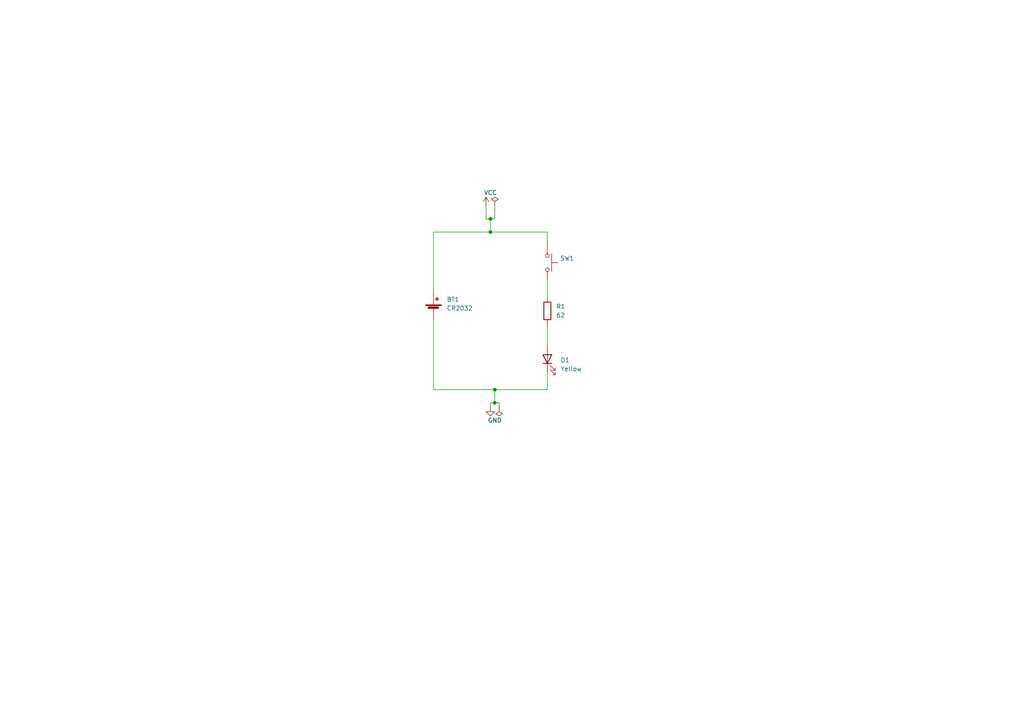
<source format=kicad_sch>
(kicad_sch (version 20211123) (generator eeschema)
  (paper "A4")
  (lib_symbols
    (symbol "Device:Battery_Cell" (pin_numbers hide) (pin_names (offset 0) hide)
      (property "Reference" "BT" (at 2.54 2.54 0))
      (property "Value" "Battery_Cell" (at 2.54 0 0))
      (symbol "Battery_Cell_0_1"
        (rectangle (start -2.286 1.778) (end 2.286 1.524) (fill (type outline)))
        (rectangle (start -1.5748 1.1938) (end 1.4732 0.6858) (fill (type outline)))
        (polyline (pts (xy 0 0.762) (xy 0 0)))
        (polyline (pts (xy 0 1.778) (xy 0 2.54)))
        (polyline (pts (xy 0.508 3.429) (xy 1.524 3.429)) (stroke (width 0.254)))
        (polyline (pts (xy 1.016 3.937) (xy 1.016 2.921)) (stroke (width 0.254)))
      )
      (symbol "Battery_Cell_1_1"
        (pin passive line (at 0 5.08 270) (length 2.54) (name "+") (number "1"))
        (pin passive line (at 0 -2.54 90) (length 2.54) (name "-") (number "2"))
      )
    )
    (symbol "Device:LED" (pin_numbers hide) (pin_names (offset 1.016) hide)
      (property "Reference" "D" (at 0 2.54 0))
      (property "Value" "LED" (at 0 -2.54 0))
      (symbol "LED_0_1"
        (polyline (pts (xy -1.27 -1.27) (xy -1.27 1.27)) (stroke (width 0.254)))
        (polyline (pts (xy -1.27 0) (xy 1.27 0)))
        (polyline (pts (xy 1.27 -1.27) (xy 1.27 1.27) (xy -1.27 0) (xy 1.27 -1.27)) (stroke (width 0.254)))
        (polyline (pts (xy -3.048 -0.762) (xy -4.572 -2.286) (xy -3.81 -2.286) (xy -4.572 -2.286) (xy -4.572 -1.524)))
        (polyline (pts (xy -1.778 -0.762) (xy -3.302 -2.286) (xy -2.54 -2.286) (xy -3.302 -2.286) (xy -3.302 -1.524)))
      )
      (symbol "LED_1_1"
        (pin passive line (at -3.81 0 0) (length 2.54) (name "K") (number "1"))
        (pin passive line (at 3.81 0 180) (length 2.54) (name "A") (number "2"))
      )
    )
    (symbol "Device:R" (pin_numbers hide) (pin_names (offset 0))
      (property "Reference" "R" (at 2.032 0 90))
      (property "Value" "R" (at 0 0 90))
      (symbol "R_0_1"
        (rectangle (start -1.016 -2.54) (end 1.016 2.54) (stroke (width 0.254)))
      )
      (symbol "R_1_1"
        (pin passive line (at 0 3.81 270) (length 1.27) (name "~") (number "1"))
        (pin passive line (at 0 -3.81 90) (length 1.27) (name "~") (number "2"))
      )
    )
    (symbol "Switch:SW_Push" (pin_numbers hide) (pin_names (offset 1.016) hide)
      (property "Reference" "SW" (at 1.27 2.54 0))
      (property "Value" "SW_Push" (at 0 -1.524 0))
      (symbol "SW_Push_0_1"
        (circle (center -2.032 0) (radius 0.508))
        (polyline (pts (xy 0 1.27) (xy 0 3.048)))
        (polyline (pts (xy 2.54 1.27) (xy -2.54 1.27)))
        (circle (center 2.032 0) (radius 0.508))
        (pin passive line (at -5.08 0 0) (length 2.54) (name "1") (number "1"))
        (pin passive line (at 5.08 0 180) (length 2.54) (name "2") (number "2"))
      )
    )
    (symbol "power:GND" (power) (pin_names (offset 0))
      (property "Value" "GND" (at 0 -3.81 0))
      (symbol "GND_0_1"
        (polyline (pts (xy 0 0) (xy 0 -1.27) (xy 1.27 -1.27) (xy 0 -2.54) (xy -1.27 -1.27) (xy 0 -1.27)))
      )
      (symbol "GND_1_1"
        (pin power_in line (at 0 0 270) (length 0) hide (name "GND") (number "1"))
      )
    )
    (symbol "power:PWR_FLAG" (power) (pin_numbers hide) (pin_names (offset 0) hide)
      (property "Value" "PWR_FLAG" (at 0 3.81 0))
      (symbol "PWR_FLAG_0_0"
        (pin power_out line (at 0 0 90) (length 0) (name "pwr") (number "1"))
      )
      (symbol "PWR_FLAG_0_1"
        (polyline (pts (xy 0 0) (xy 0 1.27) (xy -1.016 1.905) (xy 0 2.54) (xy 1.016 1.905) (xy 0 1.27)))
      )
    )
    (symbol "power:VCC" (power) (pin_names (offset 0))
      (property "Value" "VCC" (at 0 3.81 0))
      (symbol "VCC_0_1"
        (polyline (pts (xy -0.762 1.27) (xy 0 2.54)))
        (polyline (pts (xy 0 0) (xy 0 2.54)))
        (polyline (pts (xy 0 2.54) (xy 0.762 1.27)))
      )
      (symbol "VCC_1_1"
        (pin power_in line (at 0 0 90) (length 0) hide (name "VCC") (number "1"))
      )
    )
  )
  (junction (at 142.24 67.31))
  (junction (at 142.24 63.5))
  (junction (at 143.51 116.84))
  (junction (at 143.51 113.03))
  (wire (pts (xy 125.73 113.03) (xy 143.51 113.03)))
  (wire (pts (xy 142.24 116.84) (xy 142.24 118.11)))
  (wire (pts (xy 142.24 63.5) (xy 140.97 63.5)))
  (wire (pts (xy 144.78 116.84) (xy 143.51 116.84)))
  (wire (pts (xy 158.75 113.03) (xy 143.51 113.03)))
  (wire (pts (xy 158.75 67.31) (xy 158.75 71.12)))
  (wire (pts (xy 158.75 81.28) (xy 158.75 86.36)))
  (wire (pts (xy 125.73 67.31) (xy 142.24 67.31)))
  (wire (pts (xy 143.51 116.84) (xy 142.24 116.84)))
  (wire (pts (xy 158.75 107.95) (xy 158.75 113.03)))
  (wire (pts (xy 140.97 59.69) (xy 140.97 63.5)))
  (wire (pts (xy 125.73 113.03) (xy 125.73 92.71)))
  (wire (pts (xy 143.51 63.5) (xy 142.24 63.5)))
  (wire (pts (xy 142.24 67.31) (xy 158.75 67.31)))
  (wire (pts (xy 158.75 93.98) (xy 158.75 100.33)))
  (wire (pts (xy 144.78 118.11) (xy 144.78 116.84)))
  (wire (pts (xy 142.24 63.5) (xy 142.24 67.31)))
  (wire (pts (xy 143.51 59.69) (xy 143.51 63.5)))
  (wire (pts (xy 143.51 113.03) (xy 143.51 116.84)))
  (wire (pts (xy 125.73 85.09) (xy 125.73 67.31)))
  (symbol (lib_id "Device:LED") (at 158.75 104.14 90) (unit 1)
    (property "Reference" "D1" (at 162.56 104.4574 90) (effects (justify right)))
    (property "Value" "Yellow" (at 162.56 106.9974 90) (effects (justify right)))
    (property "Footprint" "LED_SMD:LED_0805_2012Metric_Pad1.15x1.40mm_HandSolder" (effects hide))
    (property "LCSC" "C434436" (effects hide))
  )
  (symbol (lib_id "power:GND") (at 142.24 118.11 0) (unit 1)
    (property "Reference" "#PWR0101" (effects hide))
    (property "Value" "GND" (at 143.51 121.92 0))
  )
  (symbol (lib_id "Switch:SW_Push") (at 158.75 76.2 270) (unit 1)
    (property "Reference" "SW1" (at 162.433 74.9299 90) (effects (justify left)))
    (property "Value" "SW_Push" (effects hide))
    (property "Footprint" "Button_Switch_SMD:SW_SPST_SKQG_WithStem" (effects hide))
    (property "LCSC" "C202424" (effects hide))
  )
  (symbol (lib_id "power:PWR_FLAG") (at 144.78 118.11 180) (unit 1)
    (property "Reference" "#FLG0101" (effects hide))
    (property "Value" "PWR_FLAG" (effects hide))
  )
  (symbol (lib_id "power:VCC") (at 140.97 59.69 0) (unit 1)
    (property "Reference" "#PWR0102" (effects hide))
    (property "Value" "VCC" (at 142.24 55.88 0))
  )
  (symbol (lib_id "power:PWR_FLAG") (at 143.51 59.69 0) (unit 1)
    (property "Reference" "#FLG0102" (effects hide))
    (property "Value" "PWR_FLAG" (effects hide))
  )
  (symbol (lib_id "Device:R") (at 158.75 90.17 0) (unit 1)
    (property "Reference" "R1" (at 161.29 88.8999 0) (effects (justify left)))
    (property "Value" "62" (at 161.29 91.4399 0) (effects (justify left)))
    (property "Footprint" "Resistor_SMD:R_0805_2012Metric_Pad1.20x1.40mm_HandSolder" (effects hide))
    (property "LCSC" "C865596" (effects hide))
  )
  (symbol (lib_id "Device:Battery_Cell") (at 125.73 90.17 0) (unit 1)
    (property "Reference" "BT1" (at 129.54 86.8679 0) (effects (justify left)))
    (property "Value" "CR2032" (at 129.54 89.4079 0) (effects (justify left)))
    (property "Footprint" "Battery:BatteryHolder_Keystone_3002_1x2032" (effects hide))
    (property "LCSC" "C964829" (effects hide))
  )
)
</source>
